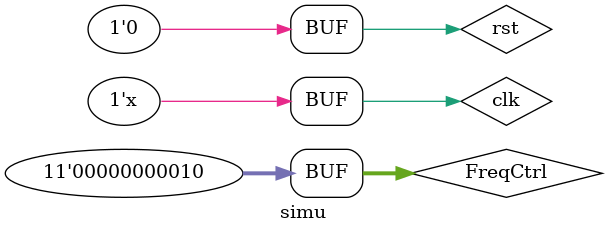
<source format=v>
`timescale 1ns / 1ps


module simu(

    );
    
     reg clk = 0;
       always #5 clk <= ~clk;  //100 MHz
       
       reg rst = 0;
       
       reg [10:0]FreqCtrl = 2;
       wire [11:0]waveform;
       
       DDS u_DDS
       (
           .clk        (clk),
           .rst        (rst),
           .FreqCtrl   (FreqCtrl),
           .waveform   (waveform)
       );
endmodule

</source>
